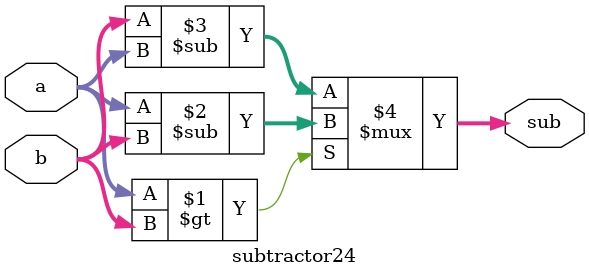
<source format=v>
`timescale 1ns/1ns

module subtractor24(a, b, sub);
  input[23:0] a, b;
  output[23:0] sub;

  assign sub = (a > b) ? a - b : b - a;
endmodule

</source>
